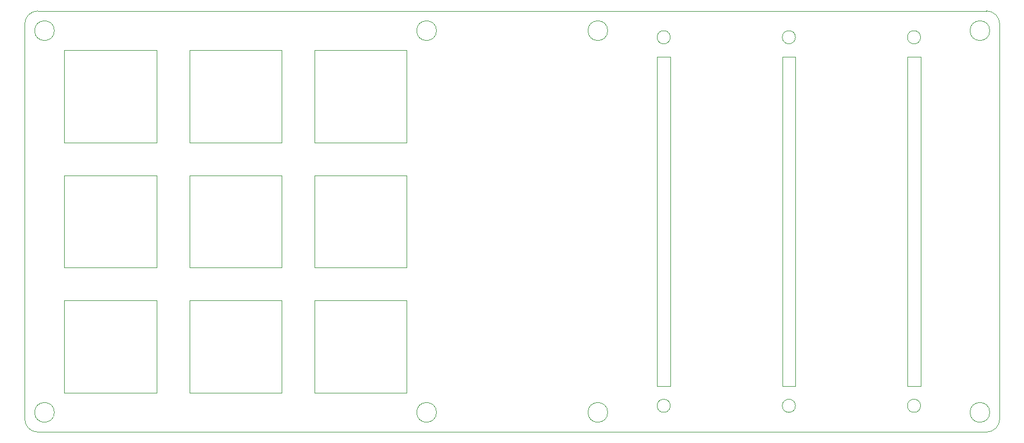
<source format=gm1>
%TF.GenerationSoftware,KiCad,Pcbnew,(6.0.10)*%
%TF.CreationDate,2023-02-27T17:13:16-08:00*%
%TF.ProjectId,Top PCB,546f7020-5043-4422-9e6b-696361645f70,rev?*%
%TF.SameCoordinates,Original*%
%TF.FileFunction,Profile,NP*%
%FSLAX46Y46*%
G04 Gerber Fmt 4.6, Leading zero omitted, Abs format (unit mm)*
G04 Created by KiCad (PCBNEW (6.0.10)) date 2023-02-27 17:13:16*
%MOMM*%
%LPD*%
G01*
G04 APERTURE LIST*
%TA.AperFunction,Profile*%
%ADD10C,0.100000*%
%TD*%
%TA.AperFunction,Profile*%
%ADD11C,0.120000*%
%TD*%
G04 APERTURE END LIST*
D10*
X219000000Y-115000000D02*
G75*
G03*
X221000000Y-113000000I0J2000000D01*
G01*
X161500000Y-112000000D02*
G75*
G03*
X161500000Y-112000000I-1500000J0D01*
G01*
X135500000Y-54000000D02*
G75*
G03*
X135500000Y-54000000I-1500000J0D01*
G01*
X221000000Y-53000000D02*
X221000000Y-113000000D01*
X75000000Y-51000000D02*
X219000000Y-51000000D01*
X219500000Y-112000000D02*
G75*
G03*
X219500000Y-112000000I-1500000J0D01*
G01*
X219000000Y-115000000D02*
X75000000Y-115000000D01*
X73000000Y-113000000D02*
X73000000Y-53000000D01*
X161500000Y-54000000D02*
G75*
G03*
X161500000Y-54000000I-1500000J0D01*
G01*
X75000000Y-51000000D02*
G75*
G03*
X73000000Y-53000000I0J-2000000D01*
G01*
X73000000Y-113000000D02*
G75*
G03*
X75000000Y-115000000I2000000J0D01*
G01*
X221000000Y-53000000D02*
G75*
G03*
X219000000Y-51000000I-2000000J0D01*
G01*
X219500000Y-54000000D02*
G75*
G03*
X219500000Y-54000000I-1500000J0D01*
G01*
X77500000Y-54000000D02*
G75*
G03*
X77500000Y-54000000I-1500000J0D01*
G01*
X135500000Y-112000000D02*
G75*
G03*
X135500000Y-112000000I-1500000J0D01*
G01*
X77500000Y-112000000D02*
G75*
G03*
X77500000Y-112000000I-1500000J0D01*
G01*
D11*
%TO.C,MX4*%
X79000000Y-90000000D02*
X93000000Y-90000000D01*
X93000000Y-90000000D02*
X93000000Y-76000000D01*
X93000000Y-76000000D02*
X79000000Y-76000000D01*
X79000000Y-76000000D02*
X79000000Y-90000000D01*
%TO.C,MX3*%
X117000000Y-71000000D02*
X131000000Y-71000000D01*
X131000000Y-71000000D02*
X131000000Y-57000000D01*
X131000000Y-57000000D02*
X117000000Y-57000000D01*
X117000000Y-57000000D02*
X117000000Y-71000000D01*
%TO.C,R6*%
X169000000Y-108000000D02*
X171000000Y-108000000D01*
X171000000Y-108000000D02*
X171000000Y-58000000D01*
X171000000Y-58000000D02*
X169000000Y-58000000D01*
X169000000Y-58000000D02*
X169000000Y-108000000D01*
X171000000Y-55000000D02*
G75*
G03*
X171000000Y-55000000I-1000000J0D01*
G01*
X171000000Y-111000000D02*
G75*
G03*
X171000000Y-111000000I-1000000J0D01*
G01*
%TO.C,MX6*%
X117000000Y-90000000D02*
X131000000Y-90000000D01*
X131000000Y-90000000D02*
X131000000Y-76000000D01*
X131000000Y-76000000D02*
X117000000Y-76000000D01*
X117000000Y-76000000D02*
X117000000Y-90000000D01*
%TO.C,MX7*%
X79000000Y-109000000D02*
X93000000Y-109000000D01*
X93000000Y-109000000D02*
X93000000Y-95000000D01*
X93000000Y-95000000D02*
X79000000Y-95000000D01*
X79000000Y-95000000D02*
X79000000Y-109000000D01*
%TO.C,MX2*%
X98000000Y-71000000D02*
X112000000Y-71000000D01*
X112000000Y-71000000D02*
X112000000Y-57000000D01*
X112000000Y-57000000D02*
X98000000Y-57000000D01*
X98000000Y-57000000D02*
X98000000Y-71000000D01*
%TO.C,MX8*%
X98000000Y-109000000D02*
X112000000Y-109000000D01*
X112000000Y-109000000D02*
X112000000Y-95000000D01*
X112000000Y-95000000D02*
X98000000Y-95000000D01*
X98000000Y-95000000D02*
X98000000Y-109000000D01*
%TO.C,MX1*%
X79000000Y-71000000D02*
X93000000Y-71000000D01*
X93000000Y-71000000D02*
X93000000Y-57000000D01*
X93000000Y-57000000D02*
X79000000Y-57000000D01*
X79000000Y-57000000D02*
X79000000Y-71000000D01*
%TO.C,MX5*%
X98000000Y-90000000D02*
X112000000Y-90000000D01*
X112000000Y-90000000D02*
X112000000Y-76000000D01*
X112000000Y-76000000D02*
X98000000Y-76000000D01*
X98000000Y-76000000D02*
X98000000Y-90000000D01*
%TO.C,R8*%
X207000000Y-108000000D02*
X209000000Y-108000000D01*
X209000000Y-108000000D02*
X209000000Y-58000000D01*
X209000000Y-58000000D02*
X207000000Y-58000000D01*
X207000000Y-58000000D02*
X207000000Y-108000000D01*
X209000000Y-55000000D02*
G75*
G03*
X209000000Y-55000000I-1000000J0D01*
G01*
X209000000Y-111000000D02*
G75*
G03*
X209000000Y-111000000I-1000000J0D01*
G01*
%TO.C,MX9*%
X117000000Y-109000000D02*
X131000000Y-109000000D01*
X131000000Y-109000000D02*
X131000000Y-95000000D01*
X131000000Y-95000000D02*
X117000000Y-95000000D01*
X117000000Y-95000000D02*
X117000000Y-109000000D01*
%TO.C,R7*%
X188000000Y-108000000D02*
X190000000Y-108000000D01*
X190000000Y-108000000D02*
X190000000Y-58000000D01*
X190000000Y-58000000D02*
X188000000Y-58000000D01*
X188000000Y-58000000D02*
X188000000Y-108000000D01*
X190000000Y-111000000D02*
G75*
G03*
X190000000Y-111000000I-1000000J0D01*
G01*
X190000000Y-55000000D02*
G75*
G03*
X190000000Y-55000000I-1000000J0D01*
G01*
%TD*%
M02*

</source>
